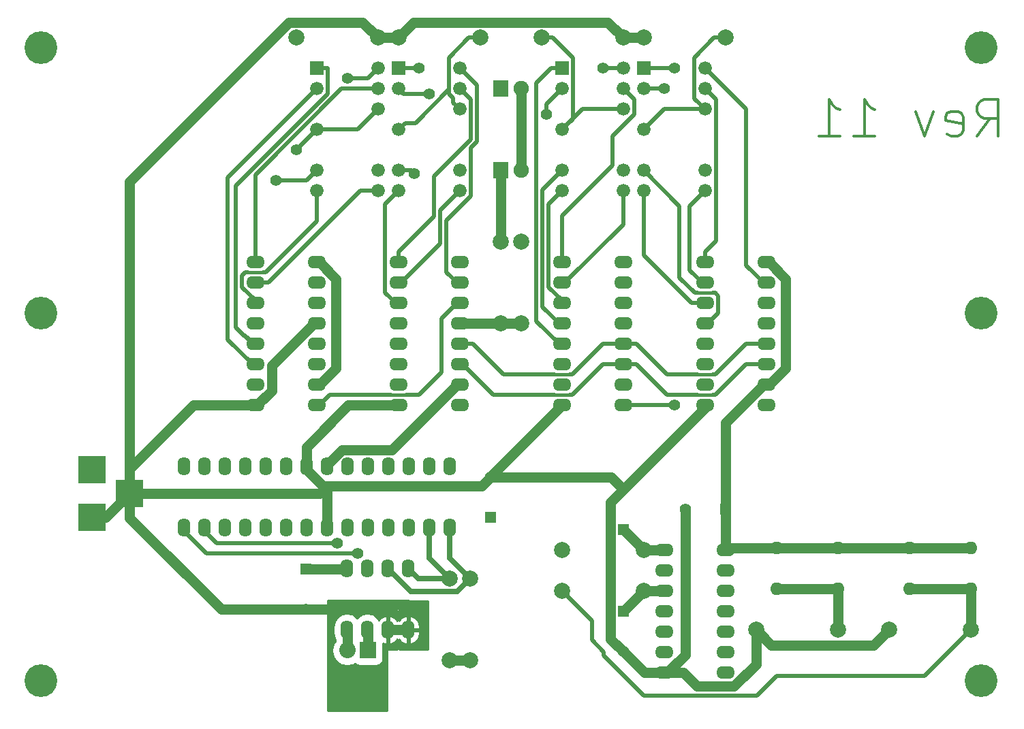
<source format=gbr>
G04 #@! TF.FileFunction,Copper,L2,Bot,Signal*
%FSLAX46Y46*%
G04 Gerber Fmt 4.6, Leading zero omitted, Abs format (unit mm)*
G04 Created by KiCad (PCBNEW (2015-12-07 BZR 6352)-product) date Fri 22 Apr 2016 06:39:40 PM EDT*
%MOMM*%
G01*
G04 APERTURE LIST*
%ADD10C,0.100000*%
%ADD11C,0.300000*%
%ADD12R,1.676400X1.676400*%
%ADD13C,1.676400*%
%ADD14R,3.500120X3.500120*%
%ADD15O,2.300000X1.600000*%
%ADD16R,1.400000X1.400000*%
%ADD17C,1.400000*%
%ADD18R,1.900000X2.000000*%
%ADD19C,1.900000*%
%ADD20O,1.600000X2.300000*%
%ADD21C,1.998980*%
%ADD22O,1.600000X1.600000*%
%ADD23R,2.032000X2.032000*%
%ADD24O,2.032000X2.032000*%
%ADD25C,4.064000*%
%ADD26C,1.270000*%
%ADD27C,0.431800*%
%ADD28C,0.508000*%
%ADD29C,0.635000*%
%ADD30C,0.254000*%
G04 APERTURE END LIST*
D10*
D11*
X121463223Y72849075D02*
X122996536Y75039522D01*
X124091760Y72849075D02*
X124091760Y77449015D01*
X122339402Y77449015D01*
X121901313Y77229970D01*
X121682268Y77010925D01*
X121463223Y76572836D01*
X121463223Y75915701D01*
X121682268Y75477612D01*
X121901313Y75258567D01*
X122339402Y75039522D01*
X124091760Y75039522D01*
X117739462Y73068120D02*
X118177552Y72849075D01*
X119053731Y72849075D01*
X119491820Y73068120D01*
X119710865Y73506209D01*
X119710865Y75258567D01*
X119491820Y75696657D01*
X119053731Y75915701D01*
X118177552Y75915701D01*
X117739462Y75696657D01*
X117520417Y75258567D01*
X117520417Y74820478D01*
X119710865Y74382388D01*
X115987104Y75915701D02*
X114891880Y72849075D01*
X113796656Y75915701D01*
X106130090Y72849075D02*
X108758627Y72849075D01*
X107444358Y72849075D02*
X107444358Y77449015D01*
X107882448Y76791880D01*
X108320537Y76353791D01*
X108758627Y76134746D01*
X101749195Y72849075D02*
X104377732Y72849075D01*
X103063463Y72849075D02*
X103063463Y77449015D01*
X103501553Y76791880D01*
X103939642Y76353791D01*
X104377732Y76134746D01*
D12*
X49530000Y81280000D03*
D13*
X49530000Y78740000D03*
X49530000Y73660000D03*
X49530000Y68580000D03*
X49530000Y66040000D03*
X57150000Y66040000D03*
X57150000Y68580000D03*
X57150000Y76200000D03*
X57150000Y78740000D03*
X57150000Y81280000D03*
D14*
X11430000Y31399480D03*
X11430000Y25400000D03*
X16129000Y28399740D03*
D15*
X82550000Y21350000D03*
X82550000Y18810000D03*
X82550000Y16270000D03*
X82550000Y13730000D03*
X82550000Y11190000D03*
X82550000Y8650000D03*
X82550000Y6110000D03*
X90170000Y6110000D03*
X90170000Y8650000D03*
X90170000Y11190000D03*
X90170000Y13730000D03*
X90170000Y16270000D03*
X90170000Y18810000D03*
X90170000Y21350000D03*
D12*
X80010000Y81280000D03*
D13*
X80010000Y78740000D03*
X80010000Y73660000D03*
X80010000Y68580000D03*
X80010000Y66040000D03*
X87630000Y66040000D03*
X87630000Y68580000D03*
X87630000Y76200000D03*
X87630000Y78740000D03*
X87630000Y81280000D03*
D15*
X31750000Y57150000D03*
X31750000Y54610000D03*
X31750000Y52070000D03*
X31750000Y49530000D03*
X31750000Y46990000D03*
X31750000Y44450000D03*
X31750000Y41910000D03*
X31750000Y39370000D03*
X39370000Y39370000D03*
X39370000Y41910000D03*
X39370000Y44450000D03*
X39370000Y46990000D03*
X39370000Y49530000D03*
X39370000Y52070000D03*
X39370000Y54610000D03*
X39370000Y57150000D03*
D16*
X77470000Y13730000D03*
D17*
X77470000Y8730000D03*
D16*
X77470000Y23890000D03*
D17*
X77470000Y28890000D03*
D16*
X38060000Y18970000D03*
D17*
X38060000Y13970000D03*
D16*
X60960000Y25400000D03*
D17*
X60960000Y30400000D03*
D16*
X90170000Y26430000D03*
D17*
X85170000Y26430000D03*
D18*
X62230000Y68580000D03*
D19*
X64770000Y68580000D03*
D18*
X62230000Y78740000D03*
D19*
X64770000Y78740000D03*
D20*
X55880000Y31750000D03*
X53340000Y31750000D03*
X50800000Y31750000D03*
X48260000Y31750000D03*
X45720000Y31750000D03*
X43180000Y31750000D03*
X40640000Y31750000D03*
X38100000Y31750000D03*
X35560000Y31750000D03*
X33020000Y31750000D03*
X30480000Y31750000D03*
X27940000Y31750000D03*
X25400000Y31750000D03*
X22860000Y31750000D03*
X22860000Y24130000D03*
X25400000Y24130000D03*
X27940000Y24130000D03*
X30480000Y24130000D03*
X33020000Y24130000D03*
X35560000Y24130000D03*
X38100000Y24130000D03*
X40640000Y24130000D03*
X43180000Y24130000D03*
X45720000Y24130000D03*
X48260000Y24130000D03*
X50800000Y24130000D03*
X53340000Y24130000D03*
X55880000Y24130000D03*
D21*
X80010000Y16270000D03*
X69850000Y16270000D03*
X80010000Y21350000D03*
X69850000Y21350000D03*
X36830000Y85090000D03*
X46990000Y85090000D03*
X59690000Y85090000D03*
X49530000Y85090000D03*
X67310000Y85090000D03*
X77470000Y85090000D03*
X90170000Y85090000D03*
X80010000Y85090000D03*
X62230000Y59690000D03*
X62230000Y49530000D03*
X64770000Y59690000D03*
X64770000Y49530000D03*
X104140000Y11430000D03*
X93980000Y11430000D03*
X120650000Y11430000D03*
X110490000Y11430000D03*
D22*
X96520000Y21590000D03*
X96520000Y16510000D03*
X104140000Y16510000D03*
X104140000Y21590000D03*
X113030000Y21590000D03*
X113030000Y16510000D03*
X120650000Y16510000D03*
X120650000Y21590000D03*
D20*
X43140000Y11430000D03*
X45680000Y11430000D03*
X48220000Y11430000D03*
X50760000Y11430000D03*
X50760000Y19050000D03*
X48220000Y19050000D03*
X45680000Y19050000D03*
X43140000Y19050000D03*
D15*
X49530000Y57150000D03*
X49530000Y54610000D03*
X49530000Y52070000D03*
X49530000Y49530000D03*
X49530000Y46990000D03*
X49530000Y44450000D03*
X49530000Y41910000D03*
X49530000Y39370000D03*
X57150000Y39370000D03*
X57150000Y41910000D03*
X57150000Y44450000D03*
X57150000Y46990000D03*
X57150000Y49530000D03*
X57150000Y52070000D03*
X57150000Y54610000D03*
X57150000Y57150000D03*
X69850000Y57150000D03*
X69850000Y54610000D03*
X69850000Y52070000D03*
X69850000Y49530000D03*
X69850000Y46990000D03*
X69850000Y44450000D03*
X69850000Y41910000D03*
X69850000Y39370000D03*
X77470000Y39370000D03*
X77470000Y41910000D03*
X77470000Y44450000D03*
X77470000Y46990000D03*
X77470000Y49530000D03*
X77470000Y52070000D03*
X77470000Y54610000D03*
X77470000Y57150000D03*
X87630000Y57150000D03*
X87630000Y54610000D03*
X87630000Y52070000D03*
X87630000Y49530000D03*
X87630000Y46990000D03*
X87630000Y44450000D03*
X87630000Y41910000D03*
X87630000Y39370000D03*
X95250000Y39370000D03*
X95250000Y41910000D03*
X95250000Y44450000D03*
X95250000Y46990000D03*
X95250000Y49530000D03*
X95250000Y52070000D03*
X95250000Y54610000D03*
X95250000Y57150000D03*
D12*
X39370000Y81280000D03*
D13*
X39370000Y78740000D03*
X39370000Y73660000D03*
X39370000Y68580000D03*
X39370000Y66040000D03*
X46990000Y66040000D03*
X46990000Y68580000D03*
X46990000Y76200000D03*
X46990000Y78740000D03*
X46990000Y81280000D03*
D12*
X69850000Y81280000D03*
D13*
X69850000Y78740000D03*
X69850000Y73660000D03*
X69850000Y68580000D03*
X69850000Y66040000D03*
X77470000Y66040000D03*
X77470000Y68580000D03*
X77470000Y76200000D03*
X77470000Y78740000D03*
X77470000Y81280000D03*
D21*
X58420000Y17780000D03*
X58420000Y7620000D03*
X55880000Y17780000D03*
X55880000Y7620000D03*
D23*
X45720000Y8890000D03*
D24*
X43180000Y8890000D03*
D25*
X121920000Y83820000D03*
X121920000Y5080000D03*
X5080000Y5080000D03*
X5080000Y83820000D03*
X5080000Y50800000D03*
X121920000Y50800000D03*
D17*
X36830000Y71120000D03*
X34290000Y67310000D03*
X43180000Y80010000D03*
X51519825Y68216546D03*
X52070000Y81280000D03*
X53340000Y78105000D03*
X67945000Y75565000D03*
X83820000Y39370000D03*
X74930000Y81280000D03*
X83820000Y81280000D03*
X82550000Y78740000D03*
X44450000Y20955000D03*
X41910000Y22225000D03*
D26*
X48220000Y11430000D02*
X50760000Y11430000D01*
X31750000Y39370000D02*
X31948620Y39370000D01*
X31948620Y39370000D02*
X33789010Y41210390D01*
X33789010Y41210390D02*
X33789010Y44299010D01*
X33789010Y44299010D02*
X39020000Y49530000D01*
X39020000Y49530000D02*
X39370000Y49530000D01*
X46990000Y85090000D02*
X45101509Y86978491D01*
X45101509Y86978491D02*
X35923523Y86978491D01*
X16129000Y31419800D02*
X16129000Y28399740D01*
X35923523Y86978491D02*
X16129000Y67183968D01*
X16129000Y67183968D02*
X16129000Y31419800D01*
X49530000Y85090000D02*
X46990000Y85090000D01*
X77470000Y85090000D02*
X75581509Y86978491D01*
X75581509Y86978491D02*
X51418491Y86978491D01*
X51418491Y86978491D02*
X49530000Y85090000D01*
X80010000Y85090000D02*
X77470000Y85090000D01*
X93980000Y11430000D02*
X95868491Y9541509D01*
X95868491Y9541509D02*
X108601509Y9541509D01*
X108601509Y9541509D02*
X110490000Y11430000D01*
X82550000Y6110000D02*
X84970000Y6110000D01*
X84970000Y6110000D02*
X86659010Y4420990D01*
X86659010Y4420990D02*
X91219610Y4420990D01*
X91219610Y4420990D02*
X93980000Y7181380D01*
X93980000Y7181380D02*
X93980000Y11430000D01*
X38060000Y13970000D02*
X27538680Y13970000D01*
X27538680Y13970000D02*
X16129000Y25379680D01*
X16129000Y25379680D02*
X16129000Y28399740D01*
X77470000Y28890000D02*
X87630000Y39050000D01*
X87630000Y39050000D02*
X87630000Y39370000D01*
X60960000Y30400000D02*
X75960000Y30400000D01*
X75960000Y30400000D02*
X77470000Y28890000D01*
X60960000Y30400000D02*
X60960000Y30480000D01*
X60960000Y30480000D02*
X69850000Y39370000D01*
X62230000Y49530000D02*
X64770000Y49530000D01*
X57150000Y49530000D02*
X62230000Y49530000D01*
X38100000Y31750000D02*
X38100000Y34170000D01*
X38100000Y34170000D02*
X43300000Y39370000D01*
X43300000Y39370000D02*
X49530000Y39370000D01*
X24079200Y39370000D02*
X31750000Y39370000D01*
X16129000Y31419800D02*
X24079200Y39370000D01*
X59890000Y29330000D02*
X40640000Y29330000D01*
X40640000Y29330000D02*
X40170000Y29330000D01*
X16129000Y28399740D02*
X39709740Y28399740D01*
X39709740Y28399740D02*
X40640000Y29330000D01*
X11430000Y25400000D02*
X13129260Y25400000D01*
X13129260Y25400000D02*
X16129000Y28399740D01*
X38060000Y13970000D02*
X41910000Y13970000D01*
X77470000Y8730000D02*
X75880999Y10319001D01*
X75880999Y10319001D02*
X75880999Y27300999D01*
X75880999Y27300999D02*
X77470000Y28890000D01*
X82550000Y6110000D02*
X80090000Y6110000D01*
X80090000Y6110000D02*
X77470000Y8730000D01*
X85170000Y26430000D02*
X85170000Y8380000D01*
X85170000Y8380000D02*
X82900000Y6110000D01*
X82900000Y6110000D02*
X82550000Y6110000D01*
X40170000Y29330000D02*
X40640000Y28860000D01*
X40640000Y28860000D02*
X40640000Y24130000D01*
X60960000Y30400000D02*
X59890000Y29330000D01*
X40170000Y29330000D02*
X38100000Y31400000D01*
X38100000Y31400000D02*
X38100000Y31750000D01*
D27*
X86700195Y43180000D02*
X88559805Y43180000D01*
D28*
X88900000Y43180000D02*
X88559805Y43180000D01*
X88900000Y43180000D02*
X92710000Y46990000D01*
X92710000Y46990000D02*
X95250000Y46990000D01*
X82938000Y43180000D02*
X86700195Y43180000D01*
X77470000Y46990000D02*
X79128000Y46990000D01*
X79128000Y46990000D02*
X82938000Y43180000D01*
D27*
X68920195Y43180000D02*
X70779805Y43180000D01*
D28*
X71120000Y43180000D02*
X70779805Y43180000D01*
X71120000Y43180000D02*
X74930000Y46990000D01*
X74930000Y46990000D02*
X77470000Y46990000D01*
X62618000Y43180000D02*
X68920195Y43180000D01*
X57150000Y46990000D02*
X58808000Y46990000D01*
X58808000Y46990000D02*
X62618000Y43180000D01*
D27*
X86700195Y40640000D02*
X88559805Y40640000D01*
D28*
X88900000Y40640000D02*
X88559805Y40640000D01*
X88900000Y40640000D02*
X92710000Y44450000D01*
X92710000Y44450000D02*
X95250000Y44450000D01*
X82938000Y40640000D02*
X86700195Y40640000D01*
X77470000Y44450000D02*
X79128000Y44450000D01*
X79128000Y44450000D02*
X82938000Y40640000D01*
D27*
X68920195Y40640000D02*
X70779805Y40640000D01*
D28*
X71120000Y40640000D02*
X70779805Y40640000D01*
X61310000Y40640000D02*
X68920195Y40640000D01*
X57500000Y44450000D02*
X61310000Y40640000D01*
X57150000Y44450000D02*
X57500000Y44450000D01*
X71120000Y40640000D02*
X74930000Y44450000D01*
X74930000Y44450000D02*
X77470000Y44450000D01*
D26*
X113030000Y21590000D02*
X120650000Y21590000D01*
X104140000Y21590000D02*
X113030000Y21590000D01*
X96520000Y21590000D02*
X104140000Y21590000D01*
X95250000Y41910000D02*
X95600000Y41910000D01*
X95600000Y41910000D02*
X97670000Y43980000D01*
X97670000Y43980000D02*
X97670000Y55080000D01*
X97670000Y55080000D02*
X95600000Y57150000D01*
X95600000Y57150000D02*
X95250000Y57150000D01*
X90170000Y26430000D02*
X90170000Y37180000D01*
X90170000Y37180000D02*
X94900000Y41910000D01*
X94900000Y41910000D02*
X95250000Y41910000D01*
X64770000Y68580000D02*
X64770000Y78740000D01*
X39370000Y41910000D02*
X39720000Y41910000D01*
X39720000Y41910000D02*
X41790000Y43980000D01*
X41790000Y43980000D02*
X41790000Y55080000D01*
X41790000Y55080000D02*
X39720000Y57150000D01*
X39720000Y57150000D02*
X39370000Y57150000D01*
X40640000Y31750000D02*
X40640000Y31948620D01*
X40640000Y31948620D02*
X42480390Y33789010D01*
X42480390Y33789010D02*
X48679010Y33789010D01*
X48679010Y33789010D02*
X56800000Y41910000D01*
X56800000Y41910000D02*
X57150000Y41910000D01*
X96520000Y21590000D02*
X90410000Y21590000D01*
X90410000Y21590000D02*
X90170000Y21350000D01*
X55880000Y7620000D02*
X58420000Y7620000D01*
X90170000Y26430000D02*
X90170000Y21350000D01*
X38060000Y18970000D02*
X43060000Y18970000D01*
X43060000Y18970000D02*
X43140000Y19050000D01*
X62230000Y59690000D02*
X62230000Y68580000D01*
D28*
X39370000Y73660000D02*
X36830000Y71120000D01*
X39370000Y73660000D02*
X44450000Y73660000D01*
X44450000Y73660000D02*
X46990000Y76200000D01*
X57150000Y76200000D02*
X56311801Y77038199D01*
X56311801Y77038199D02*
X56311801Y77585821D01*
X56311801Y77585821D02*
X55803799Y78093823D01*
X55803799Y78093823D02*
X55803799Y78663799D01*
X51638199Y74498199D02*
X55803799Y78663799D01*
X55803799Y82617291D02*
X58276508Y85090000D01*
X55803799Y78663799D02*
X55803799Y82617291D01*
X58276508Y85090000D02*
X59690000Y85090000D01*
X49530000Y73660000D02*
X50368199Y74498199D01*
X50368199Y74498199D02*
X51638199Y74498199D01*
X77470000Y76200000D02*
X72390000Y76200000D01*
X72390000Y76200000D02*
X69850000Y73660000D01*
X69850000Y73660000D02*
X71196201Y75006201D01*
X71196201Y75006201D02*
X71196201Y82617291D01*
X71196201Y82617291D02*
X68723492Y85090000D01*
X68723492Y85090000D02*
X67310000Y85090000D01*
X87630000Y76200000D02*
X82550000Y76200000D01*
X82550000Y76200000D02*
X80010000Y73660000D01*
X87630000Y76200000D02*
X86283799Y77546201D01*
X86283799Y77546201D02*
X86283799Y82617291D01*
X88756508Y85090000D02*
X90170000Y85090000D01*
X86283799Y82617291D02*
X88756508Y85090000D01*
X46990000Y78740000D02*
X42457622Y78740000D01*
X42457622Y78740000D02*
X31750000Y68032378D01*
X31750000Y68032378D02*
X31750000Y57150000D01*
X31750000Y54610000D02*
X33408000Y54610000D01*
X44838000Y66040000D02*
X46990000Y66040000D01*
X33408000Y54610000D02*
X44838000Y66040000D01*
D27*
X30820195Y55880000D02*
X32679805Y55880000D01*
D28*
X33020000Y55880000D02*
X32679805Y55880000D01*
X33020000Y55880000D02*
X39370000Y62230000D01*
X39370000Y62230000D02*
X39370000Y66040000D01*
X30480000Y55880000D02*
X30820195Y55880000D01*
X30091990Y55491990D02*
X30480000Y55880000D01*
X31750000Y52410195D02*
X30091990Y54068205D01*
X31750000Y52070000D02*
X31750000Y52410195D01*
X30091990Y54068205D02*
X30091990Y55491990D01*
X34290000Y67310000D02*
X38100000Y67310000D01*
X38100000Y67310000D02*
X39370000Y68580000D01*
X30092000Y48298000D02*
X29329979Y49060021D01*
X29329979Y49060021D02*
X29329979Y66707601D01*
X29329979Y66707601D02*
X40716201Y78093823D01*
X40716201Y78093823D02*
X40716200Y81280000D01*
X40716200Y81280000D02*
X39370000Y81280000D01*
X31750000Y46990000D02*
X31400000Y46990000D01*
X31400000Y46990000D02*
X30092000Y48298000D01*
X30092000Y48298000D02*
X31750000Y46990000D01*
X28320979Y67690979D02*
X39370000Y78740000D01*
X28320979Y47529021D02*
X28320979Y67690979D01*
X31750000Y44450000D02*
X31400000Y44450000D01*
X31400000Y44450000D02*
X28320979Y47529021D01*
X50459805Y40640000D02*
X52070000Y40640000D01*
X52070000Y40640000D02*
X54895000Y43465000D01*
X54895000Y43465000D02*
X54895000Y50165000D01*
X54895000Y50165000D02*
X56800000Y52070000D01*
X56800000Y52070000D02*
X57150000Y52070000D01*
D27*
X48600195Y40640000D02*
X50459805Y40640000D01*
D28*
X40990000Y40640000D02*
X48600195Y40640000D01*
X39370000Y39370000D02*
X39720000Y39370000D01*
X39720000Y39370000D02*
X40990000Y40640000D01*
X43180000Y80010000D02*
X45720000Y80010000D01*
X45720000Y80010000D02*
X46990000Y81280000D01*
X49530000Y57150000D02*
X49530000Y58458000D01*
X49530000Y58458000D02*
X53913001Y62841001D01*
X53913001Y62841001D02*
X53913001Y67883001D01*
X53913001Y67883001D02*
X58496201Y72466201D01*
X58496201Y72466201D02*
X58496201Y77393799D01*
X58496201Y77393799D02*
X57150000Y78740000D01*
X54729980Y63619980D02*
X57150000Y66040000D01*
X54729980Y59459980D02*
X54729980Y63619980D01*
X49880000Y54610000D02*
X54729980Y59459980D01*
X49530000Y54610000D02*
X49880000Y54610000D01*
X49530000Y52070000D02*
X49180000Y52070000D01*
X49180000Y52070000D02*
X47871990Y53378010D01*
X47871990Y53378010D02*
X47871990Y64381990D01*
X47871990Y64381990D02*
X49530000Y66040000D01*
X49530000Y68580000D02*
X51156371Y68580000D01*
X51156371Y68580000D02*
X51519825Y68216546D01*
X52070000Y81280000D02*
X49530000Y81280000D01*
X53340000Y78105000D02*
X50165000Y78105000D01*
X50165000Y78105000D02*
X49530000Y78740000D01*
X59258212Y79171788D02*
X57150000Y81280000D01*
X59258212Y72150566D02*
X59258212Y79171788D01*
X58496201Y71388555D02*
X59258212Y72150566D01*
X58496201Y65393823D02*
X58496201Y71388555D01*
X55491990Y62389612D02*
X58496201Y65393823D01*
X56800000Y54610000D02*
X55491990Y55918010D01*
X57150000Y54610000D02*
X56800000Y54610000D01*
X55491990Y55918010D02*
X55491990Y62389612D01*
X69850000Y57150000D02*
X69850000Y62952378D01*
X76123799Y72861421D02*
X78816201Y75553823D01*
X69850000Y62952378D02*
X76123799Y69226177D01*
X76123799Y69226177D02*
X76123799Y72861421D01*
X78816201Y75553823D02*
X78816201Y77393799D01*
X78816201Y77393799D02*
X77470000Y78740000D01*
X69850000Y54610000D02*
X70200000Y54610000D01*
X70200000Y54610000D02*
X77470000Y61880000D01*
X77470000Y61880000D02*
X77470000Y66040000D01*
X68199021Y58420000D02*
X68199021Y64389021D01*
X68191990Y58412969D02*
X68199021Y58420000D01*
X68199021Y56601174D02*
X68191990Y56608205D01*
X68191990Y56608205D02*
X68191990Y58412969D01*
X68191990Y55151795D02*
X68199021Y55158826D01*
X68199021Y64389021D02*
X69850000Y66040000D01*
X68191990Y54068205D02*
X68191990Y55151795D01*
X69850000Y52410195D02*
X68191990Y54068205D01*
X69850000Y52070000D02*
X69850000Y52410195D01*
X68199021Y55158826D02*
X68199021Y56601174D01*
X67437011Y66167011D02*
X69850000Y68580000D01*
X67437011Y58735636D02*
X67437011Y66167011D01*
X67429980Y58728605D02*
X67437011Y58735636D01*
X67429980Y53752569D02*
X67429980Y58728605D01*
X67437011Y53745538D02*
X67429980Y53752569D01*
X69500000Y49530000D02*
X67437011Y51592989D01*
X67437011Y51592989D02*
X67437011Y53745538D01*
X69850000Y49530000D02*
X69500000Y49530000D01*
X66675000Y59051271D02*
X66675000Y79451200D01*
X66667970Y49822030D02*
X66667970Y59044241D01*
X66667970Y59044241D02*
X66675000Y59051271D01*
X69850000Y46990000D02*
X69500000Y46990000D01*
X69500000Y46990000D02*
X66667970Y49822030D01*
X68503800Y81280000D02*
X69850000Y81280000D01*
X66675000Y79451200D02*
X68503800Y81280000D01*
X67945000Y75565000D02*
X67945000Y76835000D01*
X67945000Y76835000D02*
X69850000Y78740000D01*
X77470000Y39370000D02*
X83820000Y39370000D01*
X74930000Y81280000D02*
X77470000Y81280000D01*
X87630000Y57150000D02*
X87630000Y58458000D01*
X87630000Y58458000D02*
X88976201Y59804201D01*
X88976201Y59804201D02*
X88976201Y77393799D01*
X88976201Y77393799D02*
X87630000Y78740000D01*
X87630000Y54610000D02*
X87280000Y54610000D01*
X87280000Y54610000D02*
X85694295Y56195705D01*
X85694295Y56195705D02*
X85694295Y64104295D01*
X85694295Y64104295D02*
X87630000Y66040000D01*
X85972000Y52070000D02*
X80010000Y58032000D01*
X80010000Y58032000D02*
X80010000Y66040000D01*
X87630000Y52070000D02*
X85972000Y52070000D01*
D27*
X88559805Y53340000D02*
X86700195Y53340000D01*
D28*
X88900000Y53340000D02*
X88559805Y53340000D01*
X80010000Y68580000D02*
X84455000Y64135000D01*
X86360000Y53340000D02*
X86700195Y53340000D01*
X84455000Y64135000D02*
X84455000Y55245000D01*
X84455000Y55245000D02*
X86360000Y53340000D01*
X89288010Y52951990D02*
X88900000Y53340000D01*
X87630000Y49530000D02*
X87980000Y49530000D01*
X87980000Y49530000D02*
X89288010Y50838010D01*
X89288010Y50838010D02*
X89288010Y52951990D01*
X83820000Y81280000D02*
X80010000Y81280000D01*
X82550000Y78740000D02*
X80010000Y78740000D01*
X92710000Y56800000D02*
X92710000Y76200000D01*
X92710000Y76200000D02*
X87630000Y81280000D01*
X95250000Y54610000D02*
X94900000Y54610000D01*
X94900000Y54610000D02*
X92710000Y56800000D01*
D26*
X77470000Y13730000D02*
X80010000Y16270000D01*
X80010000Y16270000D02*
X82550000Y16270000D01*
X80010000Y21350000D02*
X77470000Y23890000D01*
X80010000Y21350000D02*
X82550000Y21350000D01*
D28*
X44450000Y20955000D02*
X25685000Y20955000D01*
X25685000Y20955000D02*
X22860000Y23780000D01*
X22860000Y23780000D02*
X22860000Y24130000D01*
X41910000Y22225000D02*
X26955000Y22225000D01*
X25400000Y23780000D02*
X25400000Y24130000D01*
X26955000Y22225000D02*
X25400000Y23780000D01*
D29*
X53340000Y20320000D02*
X53340000Y24130000D01*
X55880000Y17780000D02*
X53340000Y20320000D01*
X55880000Y17780000D02*
X52030000Y17780000D01*
X52030000Y17780000D02*
X50760000Y19050000D01*
X55880000Y20320000D02*
X55880000Y24130000D01*
X58420000Y17780000D02*
X55880000Y20320000D01*
X48220000Y19050000D02*
X51060991Y16209009D01*
X51060991Y16209009D02*
X56849009Y16209009D01*
X56849009Y16209009D02*
X58420000Y17780000D01*
X48220000Y19050000D02*
X48220000Y18700000D01*
D26*
X120650000Y11430000D02*
X120650000Y16510000D01*
X120650000Y16510000D02*
X113030000Y16510000D01*
D28*
X73557021Y10160000D02*
X73557021Y12562979D01*
X75032979Y8255000D02*
X75032979Y8684042D01*
X75032979Y8684042D02*
X73557021Y10160000D01*
X94082979Y3277979D02*
X80010000Y3277979D01*
X75032979Y8255000D02*
X80010000Y3277979D01*
X73557021Y12562979D02*
X69850000Y16270000D01*
X96520000Y5715000D02*
X94082979Y3277979D01*
X120650000Y11430000D02*
X114935000Y5715000D01*
X114935000Y5715000D02*
X96520000Y5715000D01*
D26*
X104140000Y11430000D02*
X104140000Y16510000D01*
X104140000Y16510000D02*
X96520000Y16510000D01*
X43180000Y8890000D02*
X43180000Y11390000D01*
X43180000Y11390000D02*
X43140000Y11430000D01*
X45720000Y8890000D02*
X45720000Y11390000D01*
X45720000Y11390000D02*
X45680000Y11430000D01*
D30*
G36*
X50599283Y15094348D02*
X51060991Y15002509D01*
X53213000Y15002509D01*
X53213000Y9017000D01*
X49617000Y9017000D01*
X49617000Y10246693D01*
X49835104Y9975500D01*
X50328181Y9705633D01*
X50410961Y9688096D01*
X50633000Y9810085D01*
X50633000Y11303000D01*
X50887000Y11303000D01*
X50887000Y9810085D01*
X51109039Y9688096D01*
X51191819Y9705633D01*
X51684896Y9975500D01*
X52037166Y10413517D01*
X52195000Y10953000D01*
X52195000Y11303000D01*
X50887000Y11303000D01*
X50633000Y11303000D01*
X50613000Y11303000D01*
X50613000Y11557000D01*
X50633000Y11557000D01*
X50633000Y13049915D01*
X50887000Y13049915D01*
X50887000Y11557000D01*
X52195000Y11557000D01*
X52195000Y11907000D01*
X52037166Y12446483D01*
X51684896Y12884500D01*
X51191819Y13154367D01*
X51109039Y13171904D01*
X50887000Y13049915D01*
X50633000Y13049915D01*
X50410961Y13171904D01*
X50328181Y13154367D01*
X49835104Y12884500D01*
X49617000Y12613307D01*
X49617000Y13970000D01*
X49606994Y14019410D01*
X49578553Y14061035D01*
X49536159Y14088315D01*
X49490000Y14097000D01*
X48260000Y14097000D01*
X48210590Y14086994D01*
X48168965Y14058553D01*
X48141685Y14016159D01*
X48133000Y13970000D01*
X48133000Y13215000D01*
X48092998Y13215000D01*
X48092998Y13049916D01*
X47870961Y13171904D01*
X47788181Y13154367D01*
X47295104Y12884500D01*
X47112615Y12657591D01*
X46874303Y13014249D01*
X46326352Y13380379D01*
X45680000Y13508946D01*
X45033648Y13380379D01*
X44485697Y13014249D01*
X44410000Y12900961D01*
X44334303Y13014249D01*
X43786352Y13380379D01*
X43140000Y13508946D01*
X42493648Y13380379D01*
X41945697Y13014249D01*
X41579567Y12466298D01*
X41451000Y11819946D01*
X41451000Y11040054D01*
X41579567Y10393702D01*
X41656000Y10279312D01*
X41656000Y10009517D01*
X41420009Y9656333D01*
X41275000Y8927321D01*
X41275000Y8852679D01*
X41420009Y8123667D01*
X41832962Y7505641D01*
X42450988Y7092688D01*
X43180000Y6947679D01*
X43909012Y7092688D01*
X44092924Y7215574D01*
X44351353Y7038997D01*
X44704000Y6967584D01*
X46736000Y6967584D01*
X47065444Y7029573D01*
X47368017Y7224274D01*
X47571003Y7521353D01*
X47642416Y7874000D01*
X47642416Y9785412D01*
X47788181Y9705633D01*
X47870961Y9688096D01*
X48092998Y9810084D01*
X48092998Y9645000D01*
X48133000Y9645000D01*
X48133000Y1397000D01*
X40727000Y1397000D01*
X40727000Y15113000D01*
X50571368Y15113000D01*
X50599283Y15094348D01*
X50599283Y15094348D01*
G37*
X50599283Y15094348D02*
X51060991Y15002509D01*
X53213000Y15002509D01*
X53213000Y9017000D01*
X49617000Y9017000D01*
X49617000Y10246693D01*
X49835104Y9975500D01*
X50328181Y9705633D01*
X50410961Y9688096D01*
X50633000Y9810085D01*
X50633000Y11303000D01*
X50887000Y11303000D01*
X50887000Y9810085D01*
X51109039Y9688096D01*
X51191819Y9705633D01*
X51684896Y9975500D01*
X52037166Y10413517D01*
X52195000Y10953000D01*
X52195000Y11303000D01*
X50887000Y11303000D01*
X50633000Y11303000D01*
X50613000Y11303000D01*
X50613000Y11557000D01*
X50633000Y11557000D01*
X50633000Y13049915D01*
X50887000Y13049915D01*
X50887000Y11557000D01*
X52195000Y11557000D01*
X52195000Y11907000D01*
X52037166Y12446483D01*
X51684896Y12884500D01*
X51191819Y13154367D01*
X51109039Y13171904D01*
X50887000Y13049915D01*
X50633000Y13049915D01*
X50410961Y13171904D01*
X50328181Y13154367D01*
X49835104Y12884500D01*
X49617000Y12613307D01*
X49617000Y13970000D01*
X49606994Y14019410D01*
X49578553Y14061035D01*
X49536159Y14088315D01*
X49490000Y14097000D01*
X48260000Y14097000D01*
X48210590Y14086994D01*
X48168965Y14058553D01*
X48141685Y14016159D01*
X48133000Y13970000D01*
X48133000Y13215000D01*
X48092998Y13215000D01*
X48092998Y13049916D01*
X47870961Y13171904D01*
X47788181Y13154367D01*
X47295104Y12884500D01*
X47112615Y12657591D01*
X46874303Y13014249D01*
X46326352Y13380379D01*
X45680000Y13508946D01*
X45033648Y13380379D01*
X44485697Y13014249D01*
X44410000Y12900961D01*
X44334303Y13014249D01*
X43786352Y13380379D01*
X43140000Y13508946D01*
X42493648Y13380379D01*
X41945697Y13014249D01*
X41579567Y12466298D01*
X41451000Y11819946D01*
X41451000Y11040054D01*
X41579567Y10393702D01*
X41656000Y10279312D01*
X41656000Y10009517D01*
X41420009Y9656333D01*
X41275000Y8927321D01*
X41275000Y8852679D01*
X41420009Y8123667D01*
X41832962Y7505641D01*
X42450988Y7092688D01*
X43180000Y6947679D01*
X43909012Y7092688D01*
X44092924Y7215574D01*
X44351353Y7038997D01*
X44704000Y6967584D01*
X46736000Y6967584D01*
X47065444Y7029573D01*
X47368017Y7224274D01*
X47571003Y7521353D01*
X47642416Y7874000D01*
X47642416Y9785412D01*
X47788181Y9705633D01*
X47870961Y9688096D01*
X48092998Y9810084D01*
X48092998Y9645000D01*
X48133000Y9645000D01*
X48133000Y1397000D01*
X40727000Y1397000D01*
X40727000Y15113000D01*
X50571368Y15113000D01*
X50599283Y15094348D01*
G36*
X49363000Y12613307D02*
X49144896Y12884500D01*
X48651819Y13154367D01*
X48569039Y13171904D01*
X48347000Y13049915D01*
X48347000Y11557000D01*
X48367000Y11557000D01*
X48367000Y11303000D01*
X48347000Y11303000D01*
X48347000Y9810085D01*
X48569039Y9688096D01*
X48651819Y9705633D01*
X49144896Y9975500D01*
X49363000Y10246693D01*
X49363000Y9017000D01*
X47642416Y9017000D01*
X47642416Y9785412D01*
X47788181Y9705633D01*
X47870961Y9688096D01*
X48093000Y9810085D01*
X48093000Y11303000D01*
X48073000Y11303000D01*
X48073000Y11557000D01*
X48093000Y11557000D01*
X48093000Y13049915D01*
X47870961Y13171904D01*
X47788181Y13154367D01*
X47295104Y12884500D01*
X47112615Y12657591D01*
X47077000Y12710892D01*
X47077000Y13843000D01*
X49363000Y13843000D01*
X49363000Y12613307D01*
X49363000Y12613307D01*
G37*
X49363000Y12613307D02*
X49144896Y12884500D01*
X48651819Y13154367D01*
X48569039Y13171904D01*
X48347000Y13049915D01*
X48347000Y11557000D01*
X48367000Y11557000D01*
X48367000Y11303000D01*
X48347000Y11303000D01*
X48347000Y9810085D01*
X48569039Y9688096D01*
X48651819Y9705633D01*
X49144896Y9975500D01*
X49363000Y10246693D01*
X49363000Y9017000D01*
X47642416Y9017000D01*
X47642416Y9785412D01*
X47788181Y9705633D01*
X47870961Y9688096D01*
X48093000Y9810085D01*
X48093000Y11303000D01*
X48073000Y11303000D01*
X48073000Y11557000D01*
X48093000Y11557000D01*
X48093000Y13049915D01*
X47870961Y13171904D01*
X47788181Y13154367D01*
X47295104Y12884500D01*
X47112615Y12657591D01*
X47077000Y12710892D01*
X47077000Y13843000D01*
X49363000Y13843000D01*
X49363000Y12613307D01*
M02*

</source>
